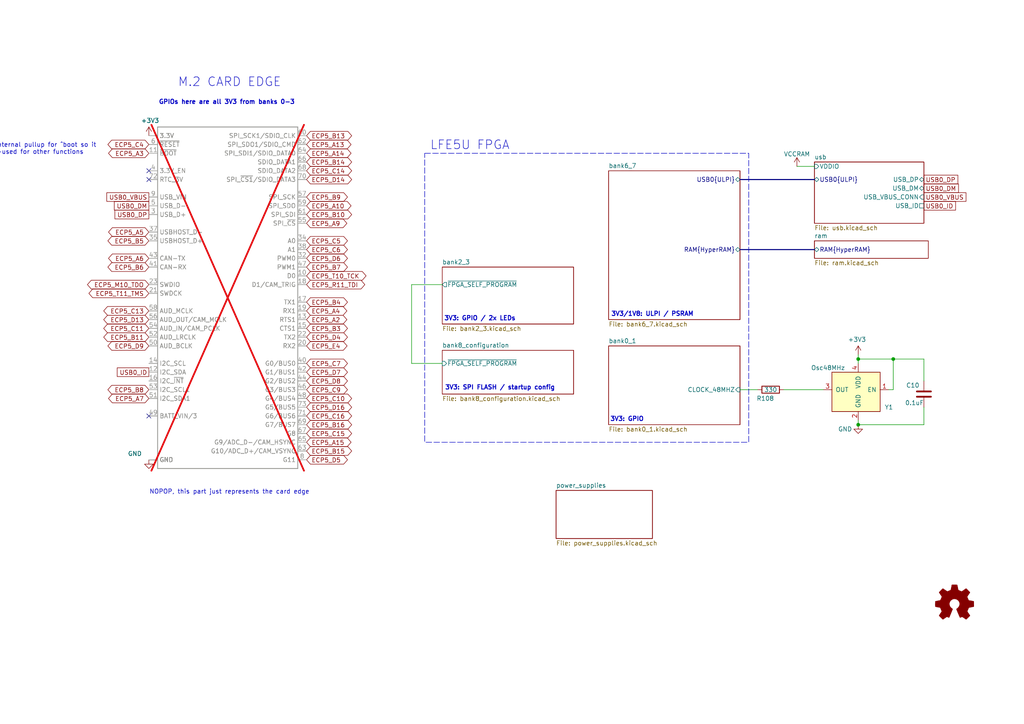
<source format=kicad_sch>
(kicad_sch (version 20231120) (generator "eeschema") (generator_version "8.0")
  (paper "A4")
  (title_block (title "SoldierCrab") (date "${DATE}") (rev "${VERSION}") (company "S.Holzapfel, apfelaudio UG (haftungsbeschränkt)") (comment 1 "Licensed under the CERN-OHL-S v2"))
  (lib_symbols
    (symbol "Device:C" (pin_numbers hide) (pin_names (offset 0.254))
      (property "Reference" "C" (at 0.635 2.54 0))
      (property "Value" "C" (at 0.635 -2.54 0))
      (symbol "C_0_1"
        (polyline (pts (xy -2.032 -0.762) (xy 2.032 -0.762)) (stroke (width 0.508)))
        (polyline (pts (xy -2.032 0.762) (xy 2.032 0.762)) (stroke (width 0.508)))
      )
      (symbol "C_1_1"
        (pin passive line (at 0 3.81 270) (length 2.794) (name "~") (number "1"))
        (pin passive line (at 0 -3.81 90) (length 2.794) (name "~") (number "2"))
      )
    )
    (symbol "Device:R" (pin_numbers hide) (pin_names (offset 0))
      (property "Reference" "R" (at 2.032 0 90))
      (property "Value" "R" (at 0 0 90))
      (symbol "R_0_1"
        (rectangle (start -1.016 -2.54) (end 1.016 2.54) (stroke (width 0.254)))
      )
      (symbol "R_1_1"
        (pin passive line (at 0 3.81 270) (length 1.27) (name "~") (number "1"))
        (pin passive line (at 0 -3.81 90) (length 1.27) (name "~") (number "2"))
      )
    )
    (symbol "Graphic:Logo_Open_Hardware_Small" (in_bom no) (on_board no)
      (symbol "Logo_Open_Hardware_Small_0_1"
        (polyline (pts (xy 3.3528 -4.3434) (xy 3.302 -4.318) (xy 3.175 -4.2418) (xy 2.9972 -4.1148) (xy 2.7686 -3.9624) (xy 2.54 -3.81) (xy 2.3622 -3.7084) (xy 2.2352 -3.6068) (xy 2.1844 -3.5814) (xy 2.159 -3.6068) (xy 2.0574 -3.6576) (xy 1.905 -3.7338) (xy 1.8034 -3.7846) (xy 1.6764 -3.8354) (xy 1.6002 -3.8354) (xy 1.6002 -3.8354) (xy 1.5494 -3.7338) (xy 1.4732 -3.5306) (xy 1.3462 -3.302) (xy 1.2446 -3.0226) (xy 1.1176 -2.7178) (xy 0.9652 -2.413) (xy 0.8636 -2.1082) (xy 0.7366 -1.8288) (xy 0.6604 -1.6256) (xy 0.6096 -1.4732) (xy 0.5842 -1.397) (xy 0.5842 -1.397) (xy 0.6604 -1.3208) (xy 0.7874 -1.2446) (xy 1.0414 -1.016) (xy 1.2954 -0.6858) (xy 1.4478 -0.3302) (xy 1.524 0.0762) (xy 1.4732 0.4572) (xy 1.3208 0.8128) (xy 1.0668 1.143) (xy 0.762 1.3716) (xy 0.4064 1.524) (xy 0 1.5748) (xy -0.381 1.5494) (xy -0.7366 1.397) (xy -1.0668 1.143) (xy -1.2192 0.9906) (xy -1.397 0.6604) (xy -1.524 0.3048) (xy -1.524 0.2286) (xy -1.4986 -0.1778) (xy -1.397 -0.5334) (xy -1.1938 -0.8636) (xy -0.9144 -1.143) (xy -0.8636 -1.1684) (xy -0.7366 -1.27) (xy -0.635 -1.3462) (xy -0.5842 -1.397) (xy -1.0668 -2.5908) (xy -1.143 -2.794) (xy -1.2954 -3.1242) (xy -1.397 -3.4036) (xy -1.4986 -3.6322) (xy -1.5748 -3.7846) (xy -1.6002 -3.8354) (xy -1.6002 -3.8354) (xy -1.651 -3.8354) (xy -1.7272 -3.81) (xy -1.905 -3.7338) (xy -2.0066 -3.683) (xy -2.1336 -3.6068) (xy -2.2098 -3.5814) (xy -2.2606 -3.6068) (xy -2.3622 -3.683) (xy -2.54 -3.81) (xy -2.7686 -3.9624) (xy -2.9718 -4.0894) (xy -3.1496 -4.2164) (xy -3.302 -4.318) (xy -3.3528 -4.3434) (xy -3.3782 -4.3434) (xy -3.429 -4.318) (xy -3.5306 -4.2164) (xy -3.7084 -4.064) (xy -3.937 -3.8354) (xy -3.9624 -3.81) (xy -4.1656 -3.6068) (xy -4.318 -3.4544) (xy -4.4196 -3.3274) (xy -4.445 -3.2766) (xy -4.445 -3.2766) (xy -4.4196 -3.2258) (xy -4.318 -3.0734) (xy -4.2164 -2.8956) (xy -4.064 -2.667) (xy -3.6576 -2.0828) (xy -3.8862 -1.5494) (xy -3.937 -1.3716) (xy -4.0386 -1.1684) (xy -4.0894 -1.0414) (xy -4.1148 -0.9652) (xy -4.191 -0.9398) (xy -4.318 -0.9144) (xy -4.5466 -0.8636) (xy -4.8006 -0.8128) (xy -5.0546 -0.7874) (xy -5.2578 -0.7366) (xy -5.4356 -0.7112) (xy -5.5118 -0.6858) (xy -5.5118 -0.6858) (xy -5.5372 -0.635) (xy -5.5372 -0.5588) (xy -5.5372 -0.4318) (xy -5.5626 -0.2286) (xy -5.5626 0.0762) (xy -5.5626 0.127) (xy -5.5372 0.4064) (xy -5.5372 0.635) (xy -5.5372 0.762) (xy -5.5372 0.8382) (xy -5.5372 0.8382) (xy -5.461 0.8382) (xy -5.3086 0.889) (xy -5.08 0.9144) (xy -4.826 0.9652) (xy -4.8006 0.9906) (xy -4.5466 1.0414) (xy -4.318 1.0668) (xy -4.1656 1.1176) (xy -4.0894 1.143) (xy -4.0894 1.143) (xy -4.0386 1.2446) (xy -3.9624 1.4224) (xy -3.8608 1.6256) (xy -3.7846 1.8288) (xy -3.7084 2.0066) (xy -3.6576 2.159) (xy -3.6322 2.2098) (xy -3.6322 2.2098) (xy -3.683 2.286) (xy -3.7592 2.413) (xy -3.8862 2.5908) (xy -4.064 2.8194) (xy -4.064 2.8448) (xy -4.2164 3.0734) (xy -4.3434 3.2512) (xy -4.4196 3.3782) (xy -4.445 3.4544) (xy -4.445 3.4544) (xy -4.3942 3.5052) (xy -4.2926 3.6322) (xy -4.1148 3.81) (xy -3.937 4.0132) (xy -3.8608 4.064) (xy -3.6576 4.2926) (xy -3.5052 4.4196) (xy -3.4036 4.4958) (xy -3.3528 4.5212) (xy -3.3528 4.5212) (xy -3.302 4.4704) (xy -3.1496 4.3688) (xy -2.9718 4.2418) (xy -2.7432 4.0894) (xy -2.7178 4.0894) (xy -2.4892 3.937) (xy -2.3114 3.81) (xy -2.1844 3.7084) (xy -2.1336 3.683) (xy -2.1082 3.683) (xy -2.032 3.7084) (xy -1.8542 3.7592) (xy -1.6764 3.8354) (xy -1.4732 3.937) (xy -1.27 4.0132) (xy -1.143 4.064) (xy -1.0668 4.1148) (xy -1.0668 4.1148) (xy -1.0414 4.191) (xy -1.016 4.3434) (xy -0.9652 4.572) (xy -0.9144 4.8514) (xy -0.889 4.9022) (xy -0.8382 5.1562) (xy -0.8128 5.3848) (xy -0.7874 5.5372) (xy -0.762 5.588) (xy -0.7112 5.6134) (xy -0.5842 5.6134) (xy -0.4064 5.6134) (xy -0.1524 5.6134) (xy 0.0762 5.6134) (xy 0.3302 5.6134) (xy 0.5334 5.6134) (xy 0.6858 5.588) (xy 0.7366 5.588) (xy 0.7366 5.588) (xy 0.762 5.5118) (xy 0.8128 5.334) (xy 0.8382 5.1054) (xy 0.9144 4.826) (xy 0.9144 4.7752) (xy 0.9652 4.5212) (xy 1.016 4.2926) (xy 1.0414 4.1402) (xy 1.0668 4.0894) (xy 1.0668 4.0894) (xy 1.1938 4.0386) (xy 1.3716 3.9624) (xy 1.5748 3.8608) (xy 2.0828 3.6576) (xy 2.7178 4.0894) (xy 2.7686 4.1402) (xy 2.9972 4.2926) (xy 3.175 4.4196) (xy 3.302 4.4958) (xy 3.3782 4.5212) (xy 3.3782 4.5212) (xy 3.429 4.4704) (xy 3.556 4.3434) (xy 3.7338 4.191) (xy 3.9116 3.9878) (xy 4.064 3.8354) (xy 4.2418 3.6576) (xy 4.3434 3.556) (xy 4.4196 3.4798) (xy 4.4196 3.429) (xy 4.4196 3.4036) (xy 4.3942 3.3274) (xy 4.2926 3.2004) (xy 4.1656 2.9972) (xy 4.0132 2.794) (xy 3.8862 2.5908) (xy 3.7592 2.3876) (xy 3.6576 2.2352) (xy 3.6322 2.159) (xy 3.6322 2.1336) (xy 3.683 2.0066) (xy 3.7592 1.8288) (xy 3.8608 1.6002) (xy 4.064 1.1176) (xy 4.3942 1.0414) (xy 4.5974 1.016) (xy 4.8768 0.9652) (xy 5.1308 0.9144) (xy 5.5372 0.8382) (xy 5.5626 -0.6604) (xy 5.4864 -0.6858) (xy 5.4356 -0.6858) (xy 5.2832 -0.7366) (xy 5.0546 -0.762) (xy 4.8006 -0.8128) (xy 4.5974 -0.8636) (xy 4.3688 -0.9144) (xy 4.2164 -0.9398) (xy 4.1402 -0.9398) (xy 4.1148 -0.9652) (xy 4.064 -1.0668) (xy 3.9878 -1.2446) (xy 3.9116 -1.4478) (xy 3.81 -1.651) (xy 3.7338 -1.8542) (xy 3.683 -2.0066) (xy 3.6576 -2.0828) (xy 3.683 -2.1336) (xy 3.7846 -2.2606) (xy 3.8862 -2.4638) (xy 4.0386 -2.667) (xy 4.191 -2.8956) (xy 4.318 -3.0734) (xy 4.3942 -3.2004) (xy 4.445 -3.2766) (xy 4.4196 -3.3274) (xy 4.3434 -3.429) (xy 4.1656 -3.5814) (xy 3.937 -3.8354) (xy 3.8862 -3.8608) (xy 3.683 -4.064) (xy 3.5306 -4.2164) (xy 3.4036 -4.318) (xy 3.3528 -4.3434)) (fill (type outline)))
      )
    )
    (symbol "micromod:MICROMOD-2222"
      (symbol "MICROMOD-2222_1_0"
        (polyline (pts (xy -20.32 -45.72) (xy -20.32 53.34)) (stroke (width 0.254)))
        (polyline (pts (xy -20.32 53.34) (xy 20.32 53.34)) (stroke (width 0.254)))
        (polyline (pts (xy 20.32 -45.72) (xy -20.32 -45.72)) (stroke (width 0.254)))
        (polyline (pts (xy 20.32 53.34) (xy 20.32 -45.72)) (stroke (width 0.254)))
        (pin bidirectional line (at -22.86 -43.18 0) (length 2.54) (name "GND") (number "1"))
        (pin bidirectional line (at 22.86 10.16 180) (length 2.54) (name "D0") (number "10"))
        (pin bidirectional line (at -22.86 45.72 0) (length 2.54) (name "~{BOOT}") (number "11"))
        (pin bidirectional line (at -22.86 -17.78 0) (length 2.54) (name "I2C_SDA") (number "12"))
        (pin bidirectional line (at 22.86 -2.54 180) (length 2.54) (name "RTS1") (number "13"))
        (pin bidirectional line (at -22.86 -15.24 0) (length 2.54) (name "I2C_SCL") (number "14"))
        (pin bidirectional line (at 22.86 -5.08 180) (length 2.54) (name "CTS1") (number "15"))
        (pin bidirectional line (at -22.86 -20.32 0) (length 2.54) (name "I2C_~{INT}") (number "16"))
        (pin bidirectional line (at 22.86 2.54 180) (length 2.54) (name "TX1") (number "17"))
        (pin bidirectional line (at 22.86 7.62 180) (length 2.54) (name "D1/CAM_TRIG") (number "18"))
        (pin bidirectional line (at 22.86 0 180) (length 2.54) (name "RX1") (number "19"))
        (pin bidirectional line (at -22.86 50.8 0) (length 2.54) (name "3.3V") (number "2"))
        (pin bidirectional line (at 22.86 -10.16 180) (length 2.54) (name "RX2") (number "20"))
        (pin bidirectional line (at -22.86 5.08 0) (length 2.54) (name "SWDCK") (number "21"))
        (pin bidirectional line (at 22.86 -7.62 180) (length 2.54) (name "TX2") (number "22"))
        (pin bidirectional line (at -22.86 7.62 0) (length 2.54) (name "SWDIO") (number "23"))
        (pin bidirectional line (at -22.86 27.94 0) (length 2.54) (name "USB_D+") (number "3"))
        (pin bidirectional line (at 22.86 15.24 180) (length 2.54) (name "PWM0") (number "32"))
        (pin bidirectional line (at -22.86 -43.18 0) (length 2.54) (name "GND") (number "33"))
        (pin bidirectional line (at 22.86 20.32 180) (length 2.54) (name "A0") (number "34"))
        (pin bidirectional line (at -22.86 20.32 0) (length 2.54) (name "USBHOST_D+") (number "35"))
        (pin bidirectional line (at -22.86 -43.18 0) (length 2.54) (name "GND") (number "36"))
        (pin bidirectional line (at -22.86 22.86 0) (length 2.54) (name "USBHOST_D-") (number "37"))
        (pin bidirectional line (at 22.86 17.78 180) (length 2.54) (name "A1") (number "38"))
        (pin bidirectional line (at -22.86 -43.18 0) (length 2.54) (name "GND") (number "39"))
        (pin bidirectional line (at -22.86 40.64 0) (length 2.54) (name "3.3V_EN") (number "4"))
        (pin bidirectional line (at 22.86 -15.24 180) (length 2.54) (name "G0/BUS0") (number "40"))
        (pin bidirectional line (at -22.86 12.7 0) (length 2.54) (name "CAN-RX") (number "41"))
        (pin bidirectional line (at 22.86 -17.78 180) (length 2.54) (name "G1/BUS1") (number "42"))
        (pin bidirectional line (at -22.86 15.24 0) (length 2.54) (name "CAN-TX") (number "43"))
        (pin bidirectional line (at 22.86 -20.32 180) (length 2.54) (name "G2/BUS2") (number "44"))
        (pin bidirectional line (at -22.86 -43.18 0) (length 2.54) (name "GND") (number "45"))
        (pin bidirectional line (at 22.86 -22.86 180) (length 2.54) (name "G3/BUS3") (number "46"))
        (pin bidirectional line (at 22.86 12.7 180) (length 2.54) (name "PWM1") (number "47"))
        (pin bidirectional line (at 22.86 -25.4 180) (length 2.54) (name "G4/BUS4") (number "48"))
        (pin bidirectional line (at -22.86 -30.48 0) (length 2.54) (name "BATT_VIN/3") (number "49"))
        (pin bidirectional line (at -22.86 30.48 0) (length 2.54) (name "USB_D-") (number "5"))
        (pin bidirectional line (at -22.86 -10.16 0) (length 2.54) (name "AUD_BCLK") (number "50"))
        (pin bidirectional line (at -22.86 -25.4 0) (length 2.54) (name "I2C_SDA1") (number "51"))
        (pin bidirectional line (at -22.86 -7.62 0) (length 2.54) (name "AUD_LRCLK") (number "52"))
        (pin bidirectional line (at -22.86 -22.86 0) (length 2.54) (name "I2C_SCL1") (number "53"))
        (pin bidirectional line (at -22.86 -5.08 0) (length 2.54) (name "AUD_IN/CAM_PCLK") (number "54"))
        (pin bidirectional line (at 22.86 25.4 180) (length 2.54) (name "SPI_~{CS}") (number "55"))
        (pin bidirectional line (at -22.86 -2.54 0) (length 2.54) (name "AUD_OUT/CAM_MCLK") (number "56"))
        (pin bidirectional line (at 22.86 33.02 180) (length 2.54) (name "SPI_SCK") (number "57"))
        (pin bidirectional line (at -22.86 0 0) (length 2.54) (name "AUD_MCLK") (number "58"))
        (pin bidirectional line (at 22.86 30.48 180) (length 2.54) (name "SPI_SDO") (number "59"))
        (pin bidirectional line (at -22.86 48.26 0) (length 2.54) (name "~{RESET}") (number "6"))
        (pin bidirectional line (at 22.86 50.8 180) (length 2.54) (name "SPI_SCK1/SDIO_CLK") (number "60"))
        (pin bidirectional line (at 22.86 27.94 180) (length 2.54) (name "SPI_SDI") (number "61"))
        (pin bidirectional line (at 22.86 48.26 180) (length 2.54) (name "SPI_SDO1/SDIO_CMD") (number "62"))
        (pin bidirectional line (at 22.86 -40.64 180) (length 2.54) (name "G10/ADC_D+/CAM_VSYNC") (number "63"))
        (pin bidirectional line (at 22.86 45.72 180) (length 2.54) (name "SPI_SDI1/SDIO_DATA0") (number "64"))
        (pin bidirectional line (at 22.86 -38.1 180) (length 2.54) (name "G9/ADC_D-/CAM_HSYNC") (number "65"))
        (pin bidirectional line (at 22.86 43.18 180) (length 2.54) (name "SDIO_DATA1") (number "66"))
        (pin bidirectional line (at 22.86 -35.56 180) (length 2.54) (name "G8") (number "67"))
        (pin bidirectional line (at 22.86 40.64 180) (length 2.54) (name "SDIO_DATA2") (number "68"))
        (pin bidirectional line (at 22.86 -33.02 180) (length 2.54) (name "G7/BUS7") (number "69"))
        (pin bidirectional line (at -22.86 -43.18 0) (length 2.54) (name "GND") (number "7"))
        (pin bidirectional line (at 22.86 38.1 180) (length 2.54) (name "SPI_~{CS1}/SDIO_DATA3") (number "70"))
        (pin bidirectional line (at 22.86 -30.48 180) (length 2.54) (name "G6/BUS6") (number "71"))
        (pin bidirectional line (at -22.86 38.1 0) (length 2.54) (name "RTC_3V") (number "72"))
        (pin bidirectional line (at 22.86 -27.94 180) (length 2.54) (name "G5/BUS5") (number "73"))
        (pin bidirectional line (at -22.86 50.8 0) (length 2.54) (name "3.3V") (number "74"))
        (pin bidirectional line (at -22.86 -43.18 0) (length 2.54) (name "GND") (number "75"))
        (pin bidirectional line (at 22.86 -43.18 180) (length 2.54) (name "G11") (number "8"))
        (pin bidirectional line (at -22.86 33.02 0) (length 2.54) (name "USB_VIN") (number "9"))
      )
    )
    (symbol "power:+3V3" (power) (pin_names (offset 0))
      (property "Value" "+3V3" (at 0 3.556 0))
      (symbol "+3V3_0_1"
        (polyline (pts (xy -0.762 1.27) (xy 0 2.54)))
        (polyline (pts (xy 0 0) (xy 0 2.54)))
        (polyline (pts (xy 0 2.54) (xy 0.762 1.27)))
      )
      (symbol "+3V3_1_1"
        (pin power_in line (at 0 0 90) (length 0) hide (name "+3V3") (number "1"))
      )
    )
    (symbol "power:GND" (power) (pin_names (offset 0))
      (property "Value" "GND" (at 0 -3.81 0))
      (symbol "GND_0_1"
        (polyline (pts (xy 0 0) (xy 0 -1.27) (xy 1.27 -1.27) (xy 0 -2.54) (xy -1.27 -1.27) (xy 0 -1.27)))
      )
      (symbol "GND_1_1"
        (pin power_in line (at 0 0 270) (length 0) hide (name "GND") (number "1"))
      )
    )
    (symbol "support_hardware:DSC60xx" (pin_names (offset 1.016))
      (property "Reference" "Y" (at 0 1.27 0))
      (property "Value" "DSC60xx" (at 12.7 1.27 0))
      (symbol "DSC60xx_0_1"
        (rectangle (start 0 0) (end 13.97 -11.43) (stroke (width 0.2032)) (fill (type background)))
      )
      (symbol "DSC60xx_1_1"
        (pin input line (at -2.54 -5.08 0) (length 2.54) (name "EN") (number "1"))
        (pin power_in line (at 6.35 -13.97 90) (length 2.54) (name "GND") (number "2"))
        (pin output line (at 16.51 -5.08 180) (length 2.54) (name "OUT") (number "3"))
        (pin power_in line (at 6.35 2.54 270) (length 2.54) (name "VDD") (number "4"))
      )
    )
    (symbol "support_hardware:VCCRAM" (power) (pin_names (offset 0))
      (property "Value" "VCCRAM" (at 0 3.81 0))
      (symbol "VCCRAM_0_1"
        (polyline (pts (xy -0.762 1.27) (xy 0 2.54)))
        (polyline (pts (xy 0 0) (xy 0 2.54)))
        (polyline (pts (xy 0 2.54) (xy 0.762 1.27)))
      )
      (symbol "VCCRAM_1_1"
        (pin power_in line (at 0 0 90) (length 0) hide (name "VCCRAM") (number "1"))
      )
    )
  )
  (bus_alias "JTAG" (members "TMS" "TCK" "TDI" "TDO"))
  (bus_alias "Type_C" (members "SDA" "SCL" "SBU1S" "SBU2S" "~{INT}" "~{FAULT}"))
  (bus_alias "ULPI" (members "DATA[0..7]" "CLK" "DIR" "STP" "NXT" "~{RESET}" "REFCLK"))
  (junction (at 248.92 104.14))
  (junction (at 248.92 123.19))
  (junction (at 259.08 104.14))
  (no_connect (at 43.18 52.07))
  (no_connect (at 43.18 49.53))
  (no_connect (at 43.18 120.65))
  (wire (pts (xy 119.38 82.55) (xy 128.27 82.55)))
  (wire (pts (xy 214.63 113.03) (xy 219.71 113.03)))
  (wire (pts (xy 267.97 104.14) (xy 259.08 104.14)))
  (wire (pts (xy 231.14 48.26) (xy 236.22 48.26)))
  (wire (pts (xy 248.92 123.19) (xy 248.92 121.92)))
  (wire (pts (xy 248.92 104.14) (xy 248.92 105.41)))
  (wire (pts (xy 267.97 104.14) (xy 267.97 110.49)))
  (wire (pts (xy 227.33 113.03) (xy 238.76 113.03)))
  (wire (pts (xy 259.08 104.14) (xy 248.92 104.14)))
  (bus (pts (xy 214.63 52.07) (xy 236.22 52.07)))
  (wire (pts (xy 267.97 123.19) (xy 248.92 123.19)))
  (wire (pts (xy 267.97 118.11) (xy 267.97 123.19)))
  (wire (pts (xy 128.27 105.41) (xy 119.38 105.41)))
  (wire (pts (xy 119.38 105.41) (xy 119.38 82.55)))
  (wire (pts (xy 257.81 113.03) (xy 259.08 113.03)))
  (bus (pts (xy 214.63 72.39) (xy 236.22 72.39)))
  (wire (pts (xy 248.92 102.87) (xy 248.92 104.14)))
  (wire (pts (xy 259.08 113.03) (xy 259.08 104.14)))
  (rectangle (start 123.19 44.45) (end 217.17 128.27) (stroke (width 0) (type dash)))
  (text "3V3: GPIO / 2x LEDs" (at 139.192 92.456 0) (effects (font (size 1.27 1.27) (thickness 0.254) (bold yes))))
  (text "3V3: GPIO" (at 181.864 121.666 0) (effects (font (size 1.27 1.27) (thickness 0.254) (bold yes))))
  (text "M.2 CARD EDGE" (at 51.562 25.4 0) (effects (font (size 2.54 2.54)) (justify left bottom)))
  (text "3V3: SPI FLASH / startup config" (at 145.034 112.522 0) (effects (font (size 1.27 1.27) (thickness 0.254) (bold yes))))
  (text "rely on fpga internal pullup for ^boot so it\ncan be re-used for other functions" (at 6.858 43.18 0) (effects (font (size 1.27 1.27))))
  (text "GPIOs here are all 3V3 from banks 0-3" (at 65.786 29.718 0) (effects (font (size 1.27 1.27) (thickness 0.254) (bold yes))))
  (text "LFE5U FPGA" (at 124.714 43.688 0) (effects (font (size 2.54 2.54)) (justify left bottom)))
  (text "3V3/1V8: ULPI / PSRAM" (at 189.23 91.186 0) (effects (font (size 1.27 1.27) (thickness 0.254) (bold yes))))
  (text "NOPOP, this part just represents the card edge" (at 66.548 142.748 0) (effects (font (size 1.27 1.27))))
  (global_label "ECP5_A4" (shape bidirectional) (at 88.9 90.17 0) (property "Intersheetrefs" "${INTERSHEET_REFS}" (effects (hide yes))))
  (global_label "ECP5_D9" (shape bidirectional) (at 43.18 100.33 180) (property "Intersheetrefs" "${INTERSHEET_REFS}" (effects (hide yes))))
  (global_label "ECP5_A3" (shape bidirectional) (at 43.18 44.45 180) (property "Intersheetrefs" "${INTERSHEET_REFS}" (effects (hide yes))))
  (global_label "ECP5_T11_TMS" (shape bidirectional) (at 43.18 85.09 180) (property "Intersheetrefs" "${INTERSHEET_REFS}" (effects (hide yes))))
  (global_label "ECP5_C14" (shape bidirectional) (at 88.9 49.53 0) (property "Intersheetrefs" "${INTERSHEET_REFS}" (effects (hide yes))))
  (global_label "ECP5_A5" (shape bidirectional) (at 43.18 67.31 180) (property "Intersheetrefs" "${INTERSHEET_REFS}" (effects (hide yes))))
  (global_label "ECP5_D6" (shape bidirectional) (at 88.9 74.93 0) (property "Intersheetrefs" "${INTERSHEET_REFS}" (effects (hide yes))))
  (global_label "ECP5_B13" (shape bidirectional) (at 88.9 39.37 0) (property "Intersheetrefs" "${INTERSHEET_REFS}" (effects (hide yes))))
  (global_label "USB0_DM" (shape passive) (at 43.18 59.69 180) (property "Intersheetrefs" "${INTERSHEET_REFS}" (effects (hide yes))))
  (global_label "ECP5_A13" (shape bidirectional) (at 88.9 41.91 0) (property "Intersheetrefs" "${INTERSHEET_REFS}" (effects (hide yes))))
  (global_label "USB0_DP" (shape passive) (at 43.18 62.23 180) (property "Intersheetrefs" "${INTERSHEET_REFS}" (effects (hide yes))))
  (global_label "ECP5_A14" (shape bidirectional) (at 88.9 44.45 0) (property "Intersheetrefs" "${INTERSHEET_REFS}" (effects (hide yes))))
  (global_label "ECP5_B15" (shape bidirectional) (at 88.9 130.81 0) (property "Intersheetrefs" "${INTERSHEET_REFS}" (effects (hide yes))))
  (global_label "ECP5_M10_TDO" (shape bidirectional) (at 43.18 82.55 180) (property "Intersheetrefs" "${INTERSHEET_REFS}" (effects (hide yes))))
  (global_label "USB0_ID" (shape passive) (at 43.18 107.95 180) (property "Intersheetrefs" "${INTERSHEET_REFS}" (effects (hide yes))))
  (global_label "ECP5_D14" (shape bidirectional) (at 88.9 52.07 0) (property "Intersheetrefs" "${INTERSHEET_REFS}" (effects (hide yes))))
  (global_label "ECP5_A2" (shape bidirectional) (at 88.9 92.71 0) (property "Intersheetrefs" "${INTERSHEET_REFS}" (effects (hide yes))))
  (global_label "ECP5_A7" (shape bidirectional) (at 43.18 115.57 180) (property "Intersheetrefs" "${INTERSHEET_REFS}" (effects (hide yes))))
  (global_label "ECP5_B5" (shape bidirectional) (at 43.18 69.85 180) (property "Intersheetrefs" "${INTERSHEET_REFS}" (effects (hide yes))))
  (global_label "ECP5_B8" (shape bidirectional) (at 43.18 113.03 180) (property "Intersheetrefs" "${INTERSHEET_REFS}" (effects (hide yes))))
  (global_label "ECP5_B16" (shape bidirectional) (at 88.9 123.19 0) (property "Intersheetrefs" "${INTERSHEET_REFS}" (effects (hide yes))))
  (global_label "ECP5_A10" (shape bidirectional) (at 88.9 59.69 0) (property "Intersheetrefs" "${INTERSHEET_REFS}" (effects (hide yes))))
  (global_label "ECP5_C4" (shape bidirectional) (at 43.18 41.91 180) (property "Intersheetrefs" "${INTERSHEET_REFS}" (effects (hide yes))))
  (global_label "ECP5_D4" (shape bidirectional) (at 88.9 97.79 0) (property "Intersheetrefs" "${INTERSHEET_REFS}" (effects (hide yes))))
  (global_label "ECP5_E4" (shape bidirectional) (at 88.9 100.33 0) (property "Intersheetrefs" "${INTERSHEET_REFS}" (effects (hide yes))))
  (global_label "ECP5_C15" (shape bidirectional) (at 88.9 125.73 0) (property "Intersheetrefs" "${INTERSHEET_REFS}" (effects (hide yes))))
  (global_label "ECP5_C9" (shape bidirectional) (at 88.9 113.03 0) (property "Intersheetrefs" "${INTERSHEET_REFS}" (effects (hide yes))))
  (global_label "ECP5_B14" (shape bidirectional) (at 88.9 46.99 0) (property "Intersheetrefs" "${INTERSHEET_REFS}" (effects (hide yes))))
  (global_label "USB0_DP" (shape passive) (at 267.97 52.07 0) (property "Intersheetrefs" "${INTERSHEET_REFS}" (effects (hide yes))))
  (global_label "USB0_VBUS" (shape passive) (at 267.97 57.15 0) (property "Intersheetrefs" "${INTERSHEET_REFS}" (effects (hide yes))))
  (global_label "USB0_DM" (shape passive) (at 267.97 54.61 0) (property "Intersheetrefs" "${INTERSHEET_REFS}" (effects (hide yes))))
  (global_label "ECP5_C16" (shape bidirectional) (at 88.9 120.65 0) (property "Intersheetrefs" "${INTERSHEET_REFS}" (effects (hide yes))))
  (global_label "ECP5_C5" (shape bidirectional) (at 88.9 69.85 0) (property "Intersheetrefs" "${INTERSHEET_REFS}" (effects (hide yes))))
  (global_label "ECP5_D5" (shape bidirectional) (at 88.9 133.35 0) (property "Intersheetrefs" "${INTERSHEET_REFS}" (effects (hide yes))))
  (global_label "ECP5_B10" (shape bidirectional) (at 88.9 62.23 0) (property "Intersheetrefs" "${INTERSHEET_REFS}" (effects (hide yes))))
  (global_label "ECP5_D7" (shape bidirectional) (at 88.9 107.95 0) (property "Intersheetrefs" "${INTERSHEET_REFS}" (effects (hide yes))))
  (global_label "ECP5_B11" (shape bidirectional) (at 43.18 97.79 180) (property "Intersheetrefs" "${INTERSHEET_REFS}" (effects (hide yes))))
  (global_label "ECP5_B4" (shape bidirectional) (at 88.9 87.63 0) (property "Intersheetrefs" "${INTERSHEET_REFS}" (effects (hide yes))))
  (global_label "ECP5_T10_TCK" (shape bidirectional) (at 88.9 80.01 0) (property "Intersheetrefs" "${INTERSHEET_REFS}" (effects (hide yes))))
  (global_label "ECP5_D16" (shape bidirectional) (at 88.9 118.11 0) (property "Intersheetrefs" "${INTERSHEET_REFS}" (effects (hide yes))))
  (global_label "ECP5_C7" (shape bidirectional) (at 88.9 105.41 0) (property "Intersheetrefs" "${INTERSHEET_REFS}" (effects (hide yes))))
  (global_label "ECP5_B6" (shape bidirectional) (at 43.18 77.47 180) (property "Intersheetrefs" "${INTERSHEET_REFS}" (effects (hide yes))))
  (global_label "ECP5_B9" (shape bidirectional) (at 88.9 57.15 0) (property "Intersheetrefs" "${INTERSHEET_REFS}" (effects (hide yes))))
  (global_label "ECP5_R11_TDI" (shape bidirectional) (at 88.9 82.55 0) (property "Intersheetrefs" "${INTERSHEET_REFS}" (effects (hide yes))))
  (global_label "ECP5_A15" (shape bidirectional) (at 88.9 128.27 0) (property "Intersheetrefs" "${INTERSHEET_REFS}" (effects (hide yes))))
  (global_label "ECP5_C6" (shape bidirectional) (at 88.9 72.39 0) (property "Intersheetrefs" "${INTERSHEET_REFS}" (effects (hide yes))))
  (global_label "ECP5_B3" (shape bidirectional) (at 88.9 95.25 0) (property "Intersheetrefs" "${INTERSHEET_REFS}" (effects (hide yes))))
  (global_label "ECP5_C10" (shape bidirectional) (at 88.9 115.57 0) (property "Intersheetrefs" "${INTERSHEET_REFS}" (effects (hide yes))))
  (global_label "ECP5_D13" (shape bidirectional) (at 43.18 92.71 180) (property "Intersheetrefs" "${INTERSHEET_REFS}" (effects (hide yes))))
  (global_label "ECP5_B7" (shape bidirectional) (at 88.9 77.47 0) (property "Intersheetrefs" "${INTERSHEET_REFS}" (effects (hide yes))))
  (global_label "ECP5_C11" (shape bidirectional) (at 43.18 95.25 180) (property "Intersheetrefs" "${INTERSHEET_REFS}" (effects (hide yes))))
  (global_label "ECP5_A9" (shape bidirectional) (at 88.9 64.77 0) (property "Intersheetrefs" "${INTERSHEET_REFS}" (effects (hide yes))))
  (global_label "USB0_VBUS" (shape passive) (at 43.18 57.15 180) (property "Intersheetrefs" "${INTERSHEET_REFS}" (effects (hide yes))))
  (global_label "ECP5_D8" (shape bidirectional) (at 88.9 110.49 0) (property "Intersheetrefs" "${INTERSHEET_REFS}" (effects (hide yes))))
  (global_label "ECP5_C13" (shape bidirectional) (at 43.18 90.17 180) (property "Intersheetrefs" "${INTERSHEET_REFS}" (effects (hide yes))))
  (global_label "ECP5_A6" (shape bidirectional) (at 43.18 74.93 180) (property "Intersheetrefs" "${INTERSHEET_REFS}" (effects (hide yes))))
  (global_label "USB0_ID" (shape passive) (at 267.97 59.69 0) (property "Intersheetrefs" "${INTERSHEET_REFS}" (effects (hide yes))))
  (symbol (lib_id "Device:R") (at 223.52 113.03 90) (mirror x) (unit 1)
    (property "Reference" "R108" (at 224.536 115.57 90) (effects (justify left)))
    (property "Value" "330" (at 223.52 113.03 90))
    (property "Footprint" "Resistor_SMD:R_0201_0603Metric" (effects (hide yes)))
    (property "Description" "RES 330 OHM 1% 1/16W 0201" (effects (hide yes)))
    (property "Substitution" "any equivalent" (effects (hide yes)))
    (property "lcsc#" "C274872" (effects (hide yes)))
  )
  (symbol (lib_id "support_hardware:DSC60xx") (at 255.27 107.95 0) (mirror y) (unit 1)
    (property "Reference" "Y1" (at 259.08 118.11 0) (effects (justify left)))
    (property "Value" "Osc48MHz" (at 245.11 106.68 0) (effects (justify left)))
    (property "Footprint" "Crystal:Crystal_SMD_3225-4Pin_3.2x2.5mm" (effects (hide yes)))
    (property "Description" "MEMS OSC XO 60.0000MHZ H/LV-CMOS" (effects (hide yes)))
    (property "Manufacturer" "SiTIME" (effects (hide yes)))
    (property "Part Number" "SIT1602BC-23-33E-60.000000E" (effects (hide yes)))
    (property "Substitution" "SIT1602B*-2*-33E-60.000000*, SIT1602B*-2*-33N-60.000000*" (effects (hide yes)))
    (property "lcsc#" "C669070" (effects (hide yes)))
  )
  (symbol (lib_id "power:+3V3") (at 43.18 39.37 0) (unit 1)
    (property "Reference" "#PWR05" (effects (hide yes)))
    (property "Value" "+3V3" (at 43.5356 34.9758 0))
  )
  (symbol (lib_id "power:+3V3") (at 248.92 102.87 0) (mirror y) (unit 1)
    (property "Reference" "#PWR018" (effects (hide yes)))
    (property "Value" "+3V3" (at 248.5644 98.4758 0))
  )
  (symbol (lib_id "micromod:MICROMOD-2222") (at 66.04 90.17 0) (unit 1) (dnp yes)
    (property "Reference" "J1" (effects (hide yes)))
    (property "Value" "MICROMOD-2222" (effects (hide yes)))
    (property "Footprint" "soldiercrab:M.2-CARD-E-22" (effects (hide yes)))
  )
  (symbol (lib_id "power:GND") (at 43.18 133.35 0) (unit 1)
    (property "Reference" "#PWR06" (effects (hide yes)))
    (property "Value" "GND" (at 39.116 131.572 0))
  )
  (symbol (lib_id "support_hardware:VCCRAM") (at 231.14 48.26 0) (unit 1)
    (property "Reference" "#PWR028" (effects (hide yes)))
    (property "Value" "VCCRAM" (at 231.14 44.6842 0))
  )
  (symbol (lib_id "power:GND") (at 248.92 123.19 0) (mirror y) (unit 1)
    (property "Reference" "#PWR046" (effects (hide yes)))
    (property "Value" "GND" (at 245.11 124.46 0))
  )
  (symbol (lib_id "Graphic:Logo_Open_Hardware_Small") (at 276.86 175.26 0) (unit 1)
    (property "Reference" "#LOGO1" (effects (hide yes)))
    (property "Value" "Logo_Open_Hardware_Small" (effects (hide yes)))
  )
  (symbol (lib_id "Device:C") (at 267.97 114.3 0) (mirror y) (unit 1)
    (property "Reference" "C10" (at 266.7 111.76 0) (effects (justify left)))
    (property "Value" "0.1uF" (at 267.97 116.84 0) (effects (justify left)))
    (property "Footprint" "Capacitor_SMD:C_0402_1005Metric" (effects (hide yes)))
    (property "Description" "CAP CER 0.1UF 25V X5R 0402" (effects (hide yes)))
    (property "Part Number" "CL05A104KA5NNNC" (effects (hide yes)))
    (property "Substitution" "any equivalent" (effects (hide yes)))
    (property "Manufacturer" "Samsung" (effects (hide yes)))
    (property "lcsc#" "C1525" (effects (hide yes)))
  )
  (sheet (at 161.29 142.24) (size 27.94 13.97)
    (property "Sheetname" "power_supplies" (at 161.29 141.5284 0) (effects (justify left bottom)))
    (property "Sheetfile" "power_supplies.kicad_sch" (at 161.29 156.7946 0) (effects (justify left top)))
  )
  (sheet (at 236.22 69.85) (size 33.02 5.08)
    (property "Sheetname" "ram" (at 236.22 69.1384 0) (effects (justify left bottom)))
    (property "Sheetfile" "ram.kicad_sch" (at 236.22 75.5146 0) (effects (justify left top)))
    (pin "RAM{HyperRAM}" bidirectional (at 236.22 72.39 180))
  )
  (sheet (at 176.53 49.53) (size 38.1 43.18)
    (property "Sheetname" "bank6_7" (at 176.53 48.8184 0) (effects (justify left bottom)))
    (property "Sheetfile" "bank6_7.kicad_sch" (at 176.53 93.2946 0) (effects (justify left top)))
    (pin "RAM{HyperRAM}" bidirectional (at 214.63 72.39 0))
    (pin "USB0{ULPI}" bidirectional (at 214.63 52.07 0))
  )
  (sheet (at 128.27 77.47) (size 38.1 16.51)
    (property "Sheetname" "bank2_3" (at 128.27 76.7584 0) (effects (justify left bottom)))
    (property "Sheetfile" "bank2_3.kicad_sch" (at 128.27 94.5646 0) (effects (justify left top)))
    (pin "~{FPGA_SELF_PROGRAM}" output (at 128.27 82.55 180))
  )
  (sheet (at 236.22 46.99) (size 31.75 17.78) (stroke (width 0.1524))
    (property "Sheetname" "usb" (at 236.22 46.2784 0) (effects (justify left bottom)))
    (property "Sheetfile" "usb.kicad_sch" (at 236.22 65.3546 0) (effects (justify left top)))
    (pin "VDDIO" input (at 236.22 48.26 180))
    (pin "USB_DP" bidirectional (at 267.97 52.07 0))
    (pin "USB_DM" bidirectional (at 267.97 54.61 0))
    (pin "USB_VBUS_CONN" input (at 267.97 57.15 0))
    (pin "USB_ID" passive (at 267.97 59.69 0))
    (pin "USB0{ULPI}" bidirectional (at 236.22 52.07 180))
  )
  (sheet (at 176.53 100.33) (size 38.1 22.86)
    (property "Sheetname" "bank0_1" (at 176.53 99.6184 0) (effects (justify left bottom)))
    (property "Sheetfile" "bank0_1.kicad_sch" (at 176.53 123.7746 0) (effects (justify left top)))
    (pin "CLOCK_48MHZ" input (at 214.63 113.03 0))
  )
  (sheet (at 128.27 101.6) (size 38.1 12.7)
    (property "Sheetname" "bank8_configuration" (at 128.27 100.8884 0) (effects (justify left bottom)))
    (property "Sheetfile" "bank8_configuration.kicad_sch" (at 128.27 114.8846 0) (effects (justify left top)))
    (pin "~{FPGA_SELF_PROGRAM}" input (at 128.27 105.41 180))
  )
)
</source>
